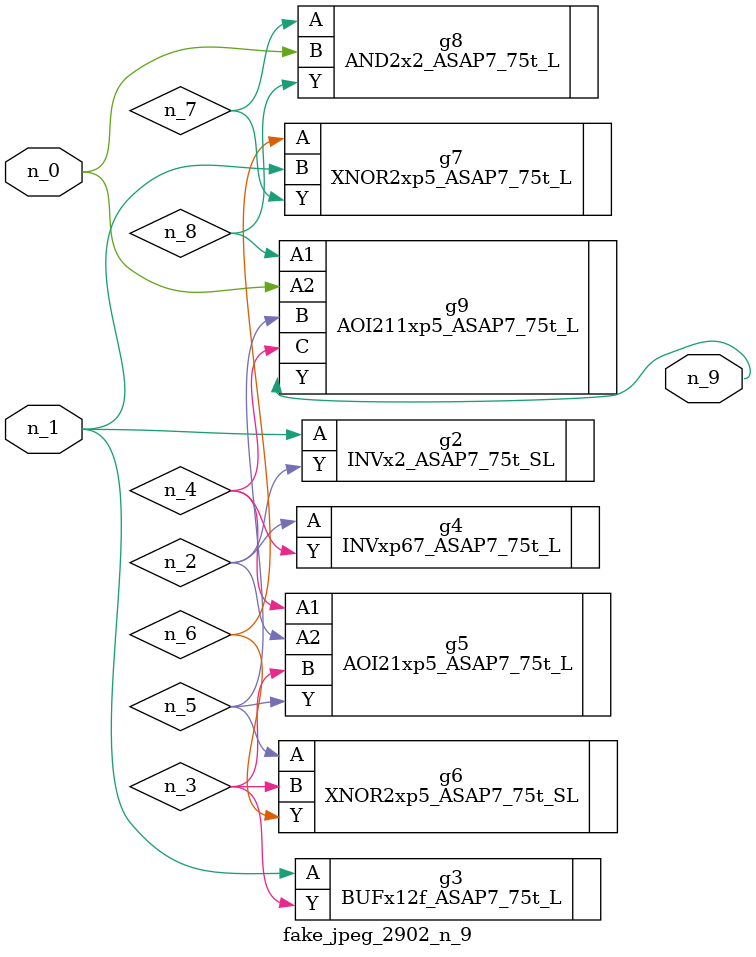
<source format=v>
module fake_jpeg_2902_n_9 (n_0, n_1, n_9);

input n_0;
input n_1;

output n_9;

wire n_2;
wire n_3;
wire n_4;
wire n_8;
wire n_6;
wire n_5;
wire n_7;

INVx2_ASAP7_75t_SL g2 ( 
.A(n_1),
.Y(n_2)
);

BUFx12f_ASAP7_75t_L g3 ( 
.A(n_1),
.Y(n_3)
);

INVxp67_ASAP7_75t_L g4 ( 
.A(n_2),
.Y(n_4)
);

AOI21xp5_ASAP7_75t_L g5 ( 
.A1(n_4),
.A2(n_2),
.B(n_3),
.Y(n_5)
);

XNOR2xp5_ASAP7_75t_SL g6 ( 
.A(n_5),
.B(n_3),
.Y(n_6)
);

XNOR2xp5_ASAP7_75t_L g7 ( 
.A(n_6),
.B(n_1),
.Y(n_7)
);

AND2x2_ASAP7_75t_L g8 ( 
.A(n_7),
.B(n_0),
.Y(n_8)
);

AOI211xp5_ASAP7_75t_L g9 ( 
.A1(n_8),
.A2(n_0),
.B(n_5),
.C(n_4),
.Y(n_9)
);


endmodule
</source>
